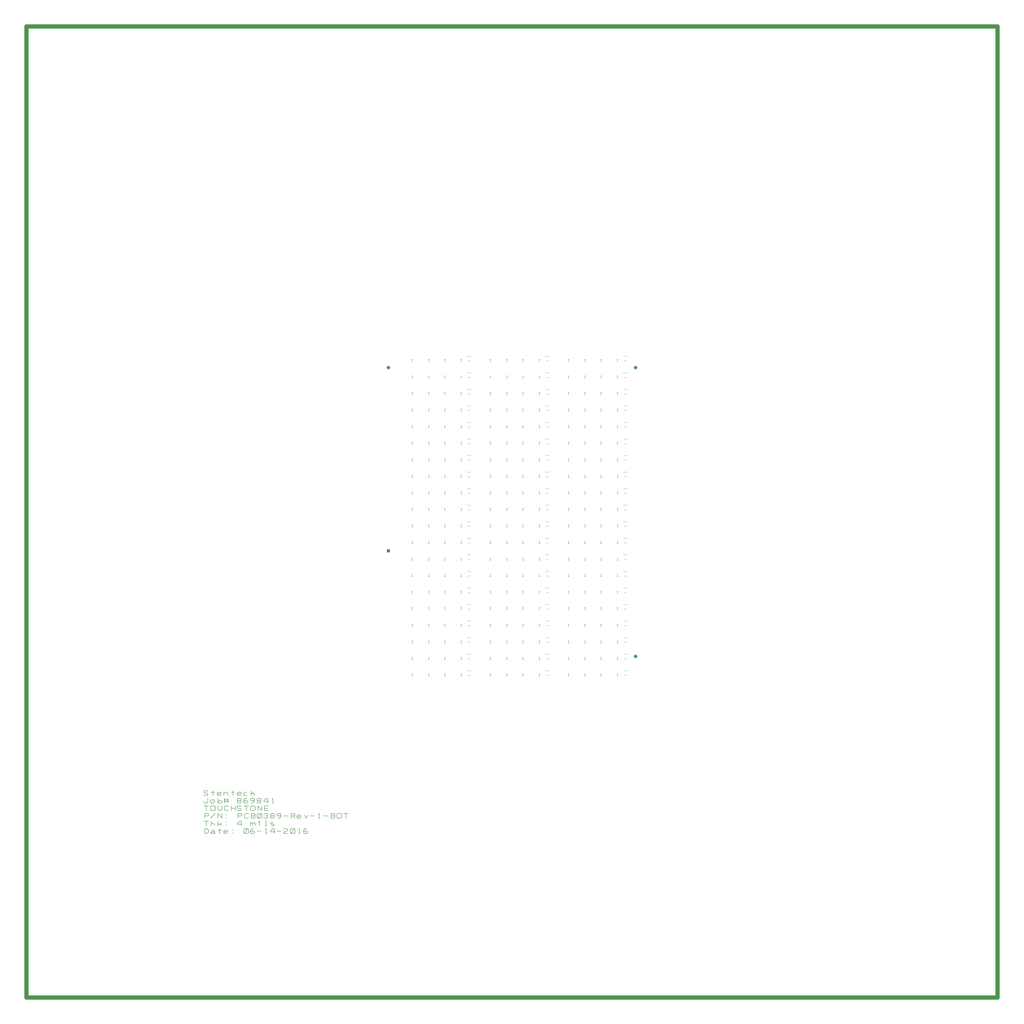
<source format=gbr>
*
%LPD*%
%LNGBR.GBR Bottom*%
%FSLAX26Y26*%
%MOIN*%
%AD*%
%AD*%
%ADD15R,0.0085X0.02*%
%ADD16R,0.026X0.018*%
%ADD17R,0.075X0.075*%
%ADD18C,0.08*%
%ADD20C,0.1*%
%ADD36C,0.01*%
G54D20*
%SRX1Y1I0.0J0.0*%
G1X-11500000Y-11500000D2*
G1X-11500000Y11500000D1*
G1X11500000Y11500000D1*
G1X11500000Y-11500000D1*
G1X-11500000Y-11500000D1*
G54D18*
G1X2926800Y3420000D3*
G1X2926800Y-3420000D3*
G1X-2926800Y3420000D3*
G54D17*
G1X-2926800Y-920000D3*
G54D16*
G1X1340800Y3568000D3*
G1X1340800Y3608000D3*
G1X1730800Y3568000D3*
G1X1730800Y3608000D3*
G1X2110800Y3568000D3*
G1X2110800Y3608000D3*
G1X2500800Y3568000D3*
G1X2500800Y3608000D3*
G1X-510400Y3568000D3*
G1X-510400Y3608000D3*
G1X-120400Y3568000D3*
G1X-120400Y3608000D3*
G1X259600Y3568000D3*
G1X259600Y3608000D3*
G1X649600Y3568000D3*
G1X649600Y3608000D3*
G1X-2361600Y3568000D3*
G1X-2361600Y3608000D3*
G1X-1971600Y3568000D3*
G1X-1971600Y3608000D3*
G1X-1591600Y3568000D3*
G1X-1591600Y3608000D3*
G1X-1201600Y3568000D3*
G1X-1201600Y3608000D3*
G1X-2361600Y3176000D3*
G1X-2361600Y3216000D3*
G1X-1971600Y3176000D3*
G1X-1971600Y3216000D3*
G1X-1591600Y3176000D3*
G1X-1591600Y3216000D3*
G1X-1201600Y3176000D3*
G1X-1201600Y3216000D3*
G1X-510400Y3176000D3*
G1X-510400Y3216000D3*
G1X-120400Y3176000D3*
G1X-120400Y3216000D3*
G1X259600Y3176000D3*
G1X259600Y3216000D3*
G1X649600Y3176000D3*
G1X649600Y3216000D3*
G1X1340800Y3176000D3*
G1X1340800Y3216000D3*
G1X1730800Y3176000D3*
G1X1730800Y3216000D3*
G1X2110800Y3176000D3*
G1X2110800Y3216000D3*
G1X2500800Y3176000D3*
G1X2500800Y3216000D3*
G1X1340800Y2784000D3*
G1X1340800Y2824000D3*
G1X1730800Y2784000D3*
G1X1730800Y2824000D3*
G1X2110800Y2784000D3*
G1X2110800Y2824000D3*
G1X2500800Y2784000D3*
G1X2500800Y2824000D3*
G1X-510400Y2784000D3*
G1X-510400Y2824000D3*
G1X-120400Y2784000D3*
G1X-120400Y2824000D3*
G1X259600Y2784000D3*
G1X259600Y2824000D3*
G1X649600Y2784000D3*
G1X649600Y2824000D3*
G1X-2361600Y2784000D3*
G1X-2361600Y2824000D3*
G1X-1971600Y2784000D3*
G1X-1971600Y2824000D3*
G1X-1591600Y2784000D3*
G1X-1591600Y2824000D3*
G1X-1201600Y2784000D3*
G1X-1201600Y2824000D3*
G1X-2361600Y2392000D3*
G1X-2361600Y2432000D3*
G1X-1971600Y2392000D3*
G1X-1971600Y2432000D3*
G1X-1591600Y2392000D3*
G1X-1591600Y2432000D3*
G1X-1201600Y2392000D3*
G1X-1201600Y2432000D3*
G1X-510400Y2392000D3*
G1X-510400Y2432000D3*
G1X-120400Y2392000D3*
G1X-120400Y2432000D3*
G1X259600Y2392000D3*
G1X259600Y2432000D3*
G1X649600Y2392000D3*
G1X649600Y2432000D3*
G1X1340800Y2392000D3*
G1X1340800Y2432000D3*
G1X1730800Y2392000D3*
G1X1730800Y2432000D3*
G1X2110800Y2392000D3*
G1X2110800Y2432000D3*
G1X2500800Y2392000D3*
G1X2500800Y2432000D3*
G1X1340800Y2000000D3*
G1X1340800Y2040000D3*
G1X1730800Y2000000D3*
G1X1730800Y2040000D3*
G1X2110800Y2000000D3*
G1X2110800Y2040000D3*
G1X2500800Y2000000D3*
G1X2500800Y2040000D3*
G1X-510400Y2000000D3*
G1X-510400Y2040000D3*
G1X-120400Y2000000D3*
G1X-120400Y2040000D3*
G1X259600Y2000000D3*
G1X259600Y2040000D3*
G1X649600Y2000000D3*
G1X649600Y2040000D3*
G1X-2361600Y2000000D3*
G1X-2361600Y2040000D3*
G1X-1971600Y2000000D3*
G1X-1971600Y2040000D3*
G1X-1591600Y2000000D3*
G1X-1591600Y2040000D3*
G1X-1201600Y2000000D3*
G1X-1201600Y2040000D3*
G1X-2361600Y1608000D3*
G1X-2361600Y1648000D3*
G1X-1971600Y1608000D3*
G1X-1971600Y1648000D3*
G1X-1591600Y1608000D3*
G1X-1591600Y1648000D3*
G1X-1201600Y1608000D3*
G1X-1201600Y1648000D3*
G1X-510400Y1608000D3*
G1X-510400Y1648000D3*
G1X-120400Y1608000D3*
G1X-120400Y1648000D3*
G1X259600Y1608000D3*
G1X259600Y1648000D3*
G1X649600Y1608000D3*
G1X649600Y1648000D3*
G1X1340800Y1608000D3*
G1X1340800Y1648000D3*
G1X1730800Y1608000D3*
G1X1730800Y1648000D3*
G1X2110800Y1608000D3*
G1X2110800Y1648000D3*
G1X2500800Y1608000D3*
G1X2500800Y1648000D3*
G1X1340800Y1216000D3*
G1X1340800Y1256000D3*
G1X1730800Y1216000D3*
G1X1730800Y1256000D3*
G1X2110800Y1216000D3*
G1X2110800Y1256000D3*
G1X2500800Y1216000D3*
G1X2500800Y1256000D3*
G1X-510400Y1216000D3*
G1X-510400Y1256000D3*
G1X-120400Y1216000D3*
G1X-120400Y1256000D3*
G1X259600Y1216000D3*
G1X259600Y1256000D3*
G1X649600Y1216000D3*
G1X649600Y1256000D3*
G1X-2361600Y1216000D3*
G1X-2361600Y1256000D3*
G1X-1971600Y1216000D3*
G1X-1971600Y1256000D3*
G1X-1591600Y1216000D3*
G1X-1591600Y1256000D3*
G1X-1201600Y1216000D3*
G1X-1201600Y1256000D3*
G1X-2361600Y824000D3*
G1X-2361600Y864000D3*
G1X-1971600Y824000D3*
G1X-1971600Y864000D3*
G1X-1591600Y824000D3*
G1X-1591600Y864000D3*
G1X-1201600Y824000D3*
G1X-1201600Y864000D3*
G1X-510400Y824000D3*
G1X-510400Y864000D3*
G1X-120400Y824000D3*
G1X-120400Y864000D3*
G1X259600Y824000D3*
G1X259600Y864000D3*
G1X649600Y824000D3*
G1X649600Y864000D3*
G1X1340800Y824000D3*
G1X1340800Y864000D3*
G1X1730800Y824000D3*
G1X1730800Y864000D3*
G1X2110800Y824000D3*
G1X2110800Y864000D3*
G1X2500800Y824000D3*
G1X2500800Y864000D3*
G1X1340800Y432000D3*
G1X1340800Y472000D3*
G1X1730800Y432000D3*
G1X1730800Y472000D3*
G1X2110800Y432000D3*
G1X2110800Y472000D3*
G1X2500800Y432000D3*
G1X2500800Y472000D3*
G1X-510400Y432000D3*
G1X-510400Y472000D3*
G1X-120400Y432000D3*
G1X-120400Y472000D3*
G1X259600Y432000D3*
G1X259600Y472000D3*
G1X649600Y432000D3*
G1X649600Y472000D3*
G1X-2361600Y432000D3*
G1X-2361600Y472000D3*
G1X-1971600Y432000D3*
G1X-1971600Y472000D3*
G1X-1591600Y432000D3*
G1X-1591600Y472000D3*
G1X-1201600Y432000D3*
G1X-1201600Y472000D3*
G1X-2361600Y40000D3*
G1X-2361600Y80000D3*
G1X-1971600Y40000D3*
G1X-1971600Y80000D3*
G1X-1591600Y40000D3*
G1X-1591600Y80000D3*
G1X-1201600Y40000D3*
G1X-1201600Y80000D3*
G1X-510400Y40000D3*
G1X-510400Y80000D3*
G1X-120400Y40000D3*
G1X-120400Y80000D3*
G1X259600Y40000D3*
G1X259600Y80000D3*
G1X649600Y40000D3*
G1X649600Y80000D3*
G1X1340800Y40000D3*
G1X1340800Y80000D3*
G1X1730800Y40000D3*
G1X1730800Y80000D3*
G1X2110800Y40000D3*
G1X2110800Y80000D3*
G1X2500800Y40000D3*
G1X2500800Y80000D3*
G1X1340800Y-352000D3*
G1X1340800Y-312000D3*
G1X1730800Y-352000D3*
G1X1730800Y-312000D3*
G1X2110800Y-352000D3*
G1X2110800Y-312000D3*
G1X2500800Y-352000D3*
G1X2500800Y-312000D3*
G1X-510400Y-352000D3*
G1X-510400Y-312000D3*
G1X-120400Y-352000D3*
G1X-120400Y-312000D3*
G1X259600Y-352000D3*
G1X259600Y-312000D3*
G1X649600Y-352000D3*
G1X649600Y-312000D3*
G1X-2361600Y-352000D3*
G1X-2361600Y-312000D3*
G1X-1971600Y-352000D3*
G1X-1971600Y-312000D3*
G1X-1591600Y-352000D3*
G1X-1591600Y-312000D3*
G1X-1201600Y-352000D3*
G1X-1201600Y-312000D3*
G1X-2361600Y-744000D3*
G1X-2361600Y-704000D3*
G1X-1971600Y-744000D3*
G1X-1971600Y-704000D3*
G1X-1591600Y-744000D3*
G1X-1591600Y-704000D3*
G1X-1201600Y-744000D3*
G1X-1201600Y-704000D3*
G1X-510400Y-744000D3*
G1X-510400Y-704000D3*
G1X-120400Y-744000D3*
G1X-120400Y-704000D3*
G1X259600Y-744000D3*
G1X259600Y-704000D3*
G1X649600Y-744000D3*
G1X649600Y-704000D3*
G1X1340800Y-744000D3*
G1X1340800Y-704000D3*
G1X1730800Y-744000D3*
G1X1730800Y-704000D3*
G1X2110800Y-744000D3*
G1X2110800Y-704000D3*
G1X2500800Y-744000D3*
G1X2500800Y-704000D3*
G1X1340800Y-1136000D3*
G1X1340800Y-1096000D3*
G1X1730800Y-1136000D3*
G1X1730800Y-1096000D3*
G1X2110800Y-1136000D3*
G1X2110800Y-1096000D3*
G1X2500800Y-1136000D3*
G1X2500800Y-1096000D3*
G1X-510400Y-1136000D3*
G1X-510400Y-1096000D3*
G1X-120400Y-1136000D3*
G1X-120400Y-1096000D3*
G1X259600Y-1136000D3*
G1X259600Y-1096000D3*
G1X649600Y-1136000D3*
G1X649600Y-1096000D3*
G1X-2361600Y-1136000D3*
G1X-2361600Y-1096000D3*
G1X-1971600Y-1136000D3*
G1X-1971600Y-1096000D3*
G1X-1591600Y-1136000D3*
G1X-1591600Y-1096000D3*
G1X-1201600Y-1136000D3*
G1X-1201600Y-1096000D3*
G1X-2361600Y-1528000D3*
G1X-2361600Y-1488000D3*
G1X-1971600Y-1528000D3*
G1X-1971600Y-1488000D3*
G1X-1591600Y-1528000D3*
G1X-1591600Y-1488000D3*
G1X-1201600Y-1528000D3*
G1X-1201600Y-1488000D3*
G1X-510400Y-1528000D3*
G1X-510400Y-1488000D3*
G1X-120400Y-1528000D3*
G1X-120400Y-1488000D3*
G1X259600Y-1528000D3*
G1X259600Y-1488000D3*
G1X649600Y-1528000D3*
G1X649600Y-1488000D3*
G1X1340800Y-1528000D3*
G1X1340800Y-1488000D3*
G1X1730800Y-1528000D3*
G1X1730800Y-1488000D3*
G1X2110800Y-1528000D3*
G1X2110800Y-1488000D3*
G1X2500800Y-1528000D3*
G1X2500800Y-1488000D3*
G1X1340800Y-1920000D3*
G1X1340800Y-1880000D3*
G1X1730800Y-1920000D3*
G1X1730800Y-1880000D3*
G1X2110800Y-1920000D3*
G1X2110800Y-1880000D3*
G1X2500800Y-1920000D3*
G1X2500800Y-1880000D3*
G1X-510400Y-1920000D3*
G1X-510400Y-1880000D3*
G1X-120400Y-1920000D3*
G1X-120400Y-1880000D3*
G1X259600Y-1920000D3*
G1X259600Y-1880000D3*
G1X649600Y-1920000D3*
G1X649600Y-1880000D3*
G1X-2361600Y-1920000D3*
G1X-2361600Y-1880000D3*
G1X-1971600Y-1920000D3*
G1X-1971600Y-1880000D3*
G1X-1591600Y-1920000D3*
G1X-1591600Y-1880000D3*
G1X-1201600Y-1920000D3*
G1X-1201600Y-1880000D3*
G1X-2361600Y-2312000D3*
G1X-2361600Y-2272000D3*
G1X-1971600Y-2312000D3*
G1X-1971600Y-2272000D3*
G1X-1591600Y-2312000D3*
G1X-1591600Y-2272000D3*
G1X-1201600Y-2312000D3*
G1X-1201600Y-2272000D3*
G1X-510400Y-2312000D3*
G1X-510400Y-2272000D3*
G1X-120400Y-2312000D3*
G1X-120400Y-2272000D3*
G1X259600Y-2312000D3*
G1X259600Y-2272000D3*
G1X649600Y-2312000D3*
G1X649600Y-2272000D3*
G1X1340800Y-2312000D3*
G1X1340800Y-2272000D3*
G1X1730800Y-2312000D3*
G1X1730800Y-2272000D3*
G1X2110800Y-2312000D3*
G1X2110800Y-2272000D3*
G1X2500800Y-2312000D3*
G1X2500800Y-2272000D3*
G1X1340800Y-2704000D3*
G1X1340800Y-2664000D3*
G1X1730800Y-2704000D3*
G1X1730800Y-2664000D3*
G1X2110800Y-2704000D3*
G1X2110800Y-2664000D3*
G1X2500800Y-2704000D3*
G1X2500800Y-2664000D3*
G1X-510400Y-2704000D3*
G1X-510400Y-2664000D3*
G1X-120400Y-2704000D3*
G1X-120400Y-2664000D3*
G1X259600Y-2704000D3*
G1X259600Y-2664000D3*
G1X649600Y-2704000D3*
G1X649600Y-2664000D3*
G1X-2361600Y-2704000D3*
G1X-2361600Y-2664000D3*
G1X-1971600Y-2704000D3*
G1X-1971600Y-2664000D3*
G1X-1591600Y-2704000D3*
G1X-1591600Y-2664000D3*
G1X-1201600Y-2704000D3*
G1X-1201600Y-2664000D3*
G1X-2361600Y-3096000D3*
G1X-2361600Y-3056000D3*
G1X-1971600Y-3096000D3*
G1X-1971600Y-3056000D3*
G1X-1591600Y-3096000D3*
G1X-1591600Y-3056000D3*
G1X-1201600Y-3096000D3*
G1X-1201600Y-3056000D3*
G1X-510400Y-3096000D3*
G1X-510400Y-3056000D3*
G1X-120400Y-3096000D3*
G1X-120400Y-3056000D3*
G1X259600Y-3096000D3*
G1X259600Y-3056000D3*
G1X649600Y-3096000D3*
G1X649600Y-3056000D3*
G1X1340800Y-3096000D3*
G1X1340800Y-3056000D3*
G1X1730800Y-3096000D3*
G1X1730800Y-3056000D3*
G1X2110800Y-3096000D3*
G1X2110800Y-3056000D3*
G1X2500800Y-3096000D3*
G1X2500800Y-3056000D3*
G1X1340800Y-3488000D3*
G1X1340800Y-3448000D3*
G1X1730800Y-3488000D3*
G1X1730800Y-3448000D3*
G1X2110800Y-3488000D3*
G1X2110800Y-3448000D3*
G1X2500800Y-3488000D3*
G1X2500800Y-3448000D3*
G1X-510400Y-3488000D3*
G1X-510400Y-3448000D3*
G1X-120400Y-3488000D3*
G1X-120400Y-3448000D3*
G1X259600Y-3488000D3*
G1X259600Y-3448000D3*
G1X649600Y-3488000D3*
G1X649600Y-3448000D3*
G1X-2361600Y-3488000D3*
G1X-2361600Y-3448000D3*
G1X-1971600Y-3488000D3*
G1X-1971600Y-3448000D3*
G1X-1591600Y-3488000D3*
G1X-1591600Y-3448000D3*
G1X-1201600Y-3488000D3*
G1X-1201600Y-3448000D3*
G1X-2361600Y-3880000D3*
G1X-2361600Y-3840000D3*
G1X-1971600Y-3880000D3*
G1X-1971600Y-3840000D3*
G1X-1591600Y-3880000D3*
G1X-1591600Y-3840000D3*
G1X-1201600Y-3880000D3*
G1X-1201600Y-3840000D3*
G1X-510400Y-3880000D3*
G1X-510400Y-3840000D3*
G1X-120400Y-3880000D3*
G1X-120400Y-3840000D3*
G1X259600Y-3880000D3*
G1X259600Y-3840000D3*
G1X649600Y-3880000D3*
G1X649600Y-3840000D3*
G1X1340800Y-3880000D3*
G1X1340800Y-3840000D3*
G1X1730800Y-3880000D3*
G1X1730800Y-3840000D3*
G1X2110800Y-3880000D3*
G1X2110800Y-3840000D3*
G1X2500800Y-3880000D3*
G1X2500800Y-3840000D3*
G54D15*
G1X-1052000Y-2193700D3*
G1X-1040200Y-2302300D3*
G1X-981200Y-2193700D3*
G1X-1004800Y-2193700D3*
G1X-1028400Y-2193700D3*
G1X-1016600Y-2302300D3*
G1X-993000Y-2302300D3*
G1X2650400Y3686300D3*
G1X2662200Y3577700D3*
G1X2721200Y3686300D3*
G1X2697600Y3686300D3*
G1X2674000Y3686300D3*
G1X2685800Y3577700D3*
G1X2709400Y3577700D3*
G1X799200Y3686300D3*
G1X811000Y3577700D3*
G1X870000Y3686300D3*
G1X846400Y3686300D3*
G1X822800Y3686300D3*
G1X834600Y3577700D3*
G1X858200Y3577700D3*
G1X-1052000Y3686300D3*
G1X-1040200Y3577700D3*
G1X-981200Y3686300D3*
G1X-1004800Y3686300D3*
G1X-1028400Y3686300D3*
G1X-1016600Y3577700D3*
G1X-993000Y3577700D3*
G1X-1052000Y3294300D3*
G1X-1040200Y3185700D3*
G1X-981200Y3294300D3*
G1X-1004800Y3294300D3*
G1X-1028400Y3294300D3*
G1X-1016600Y3185700D3*
G1X-993000Y3185700D3*
G1X799200Y3294300D3*
G1X811000Y3185700D3*
G1X870000Y3294300D3*
G1X846400Y3294300D3*
G1X822800Y3294300D3*
G1X834600Y3185700D3*
G1X858200Y3185700D3*
G1X2650400Y3294300D3*
G1X2662200Y3185700D3*
G1X2721200Y3294300D3*
G1X2697600Y3294300D3*
G1X2674000Y3294300D3*
G1X2685800Y3185700D3*
G1X2709400Y3185700D3*
G1X2650400Y2902300D3*
G1X2662200Y2793700D3*
G1X2721200Y2902300D3*
G1X2697600Y2902300D3*
G1X2674000Y2902300D3*
G1X2685800Y2793700D3*
G1X2709400Y2793700D3*
G1X799200Y2902300D3*
G1X811000Y2793700D3*
G1X870000Y2902300D3*
G1X846400Y2902300D3*
G1X822800Y2902300D3*
G1X834600Y2793700D3*
G1X858200Y2793700D3*
G1X-1052000Y2902300D3*
G1X-1040200Y2793700D3*
G1X-981200Y2902300D3*
G1X-1004800Y2902300D3*
G1X-1028400Y2902300D3*
G1X-1016600Y2793700D3*
G1X-993000Y2793700D3*
G1X-1052000Y2510300D3*
G1X-1040200Y2401700D3*
G1X-981200Y2510300D3*
G1X-1004800Y2510300D3*
G1X-1028400Y2510300D3*
G1X-1016600Y2401700D3*
G1X-993000Y2401700D3*
G1X799200Y2510300D3*
G1X811000Y2401700D3*
G1X870000Y2510300D3*
G1X846400Y2510300D3*
G1X822800Y2510300D3*
G1X834600Y2401700D3*
G1X858200Y2401700D3*
G1X2650400Y2510300D3*
G1X2662200Y2401700D3*
G1X2721200Y2510300D3*
G1X2697600Y2510300D3*
G1X2674000Y2510300D3*
G1X2685800Y2401700D3*
G1X2709400Y2401700D3*
G1X2650400Y2118300D3*
G1X2662200Y2009700D3*
G1X2721200Y2118300D3*
G1X2697600Y2118300D3*
G1X2674000Y2118300D3*
G1X2685800Y2009700D3*
G1X2709400Y2009700D3*
G1X799200Y2118300D3*
G1X811000Y2009700D3*
G1X870000Y2118300D3*
G1X846400Y2118300D3*
G1X822800Y2118300D3*
G1X834600Y2009700D3*
G1X858200Y2009700D3*
G1X-1052000Y2118300D3*
G1X-1040200Y2009700D3*
G1X-981200Y2118300D3*
G1X-1004800Y2118300D3*
G1X-1028400Y2118300D3*
G1X-1016600Y2009700D3*
G1X-993000Y2009700D3*
G1X-1052000Y1726300D3*
G1X-1040200Y1617700D3*
G1X-981200Y1726300D3*
G1X-1004800Y1726300D3*
G1X-1028400Y1726300D3*
G1X-1016600Y1617700D3*
G1X-993000Y1617700D3*
G1X799200Y1726300D3*
G1X811000Y1617700D3*
G1X870000Y1726300D3*
G1X846400Y1726300D3*
G1X822800Y1726300D3*
G1X834600Y1617700D3*
G1X858200Y1617700D3*
G1X2650400Y1726300D3*
G1X2662200Y1617700D3*
G1X2721200Y1726300D3*
G1X2697600Y1726300D3*
G1X2674000Y1726300D3*
G1X2685800Y1617700D3*
G1X2709400Y1617700D3*
G1X2650400Y1334300D3*
G1X2662200Y1225700D3*
G1X2721200Y1334300D3*
G1X2697600Y1334300D3*
G1X2674000Y1334300D3*
G1X2685800Y1225700D3*
G1X2709400Y1225700D3*
G1X799200Y1334300D3*
G1X811000Y1225700D3*
G1X870000Y1334300D3*
G1X846400Y1334300D3*
G1X822800Y1334300D3*
G1X834600Y1225700D3*
G1X858200Y1225700D3*
G1X-1052000Y1334300D3*
G1X-1040200Y1225700D3*
G1X-981200Y1334300D3*
G1X-1004800Y1334300D3*
G1X-1028400Y1334300D3*
G1X-1016600Y1225700D3*
G1X-993000Y1225700D3*
G1X-1052000Y942300D3*
G1X-1040200Y833700D3*
G1X-981200Y942300D3*
G1X-1004800Y942300D3*
G1X-1028400Y942300D3*
G1X-1016600Y833700D3*
G1X-993000Y833700D3*
G1X799200Y942300D3*
G1X811000Y833700D3*
G1X870000Y942300D3*
G1X846400Y942300D3*
G1X822800Y942300D3*
G1X834600Y833700D3*
G1X858200Y833700D3*
G1X2650400Y942300D3*
G1X2662200Y833700D3*
G1X2721200Y942300D3*
G1X2697600Y942300D3*
G1X2674000Y942300D3*
G1X2685800Y833700D3*
G1X2709400Y833700D3*
G1X2650400Y550300D3*
G1X2662200Y441700D3*
G1X2721200Y550300D3*
G1X2697600Y550300D3*
G1X2674000Y550300D3*
G1X2685800Y441700D3*
G1X2709400Y441700D3*
G1X799200Y550300D3*
G1X811000Y441700D3*
G1X870000Y550300D3*
G1X846400Y550300D3*
G1X822800Y550300D3*
G1X834600Y441700D3*
G1X858200Y441700D3*
G1X-1052000Y550300D3*
G1X-1040200Y441700D3*
G1X-981200Y550300D3*
G1X-1004800Y550300D3*
G1X-1028400Y550300D3*
G1X-1016600Y441700D3*
G1X-993000Y441700D3*
G1X-1052000Y158300D3*
G1X-1040200Y49700D3*
G1X-981200Y158300D3*
G1X-1004800Y158300D3*
G1X-1028400Y158300D3*
G1X-1016600Y49700D3*
G1X-993000Y49700D3*
G1X799200Y158300D3*
G1X811000Y49700D3*
G1X870000Y158300D3*
G1X846400Y158300D3*
G1X822800Y158300D3*
G1X834600Y49700D3*
G1X858200Y49700D3*
G1X2650400Y158300D3*
G1X2662200Y49700D3*
G1X2721200Y158300D3*
G1X2697600Y158300D3*
G1X2674000Y158300D3*
G1X2685800Y49700D3*
G1X2709400Y49700D3*
G1X2650400Y-233700D3*
G1X2662200Y-342300D3*
G1X2721200Y-233700D3*
G1X2697600Y-233700D3*
G1X2674000Y-233700D3*
G1X2685800Y-342300D3*
G1X2709400Y-342300D3*
G1X799200Y-233700D3*
G1X811000Y-342300D3*
G1X870000Y-233700D3*
G1X846400Y-233700D3*
G1X822800Y-233700D3*
G1X834600Y-342300D3*
G1X858200Y-342300D3*
G1X-1052000Y-233700D3*
G1X-1040200Y-342300D3*
G1X-981200Y-233700D3*
G1X-1004800Y-233700D3*
G1X-1028400Y-233700D3*
G1X-1016600Y-342300D3*
G1X-993000Y-342300D3*
G1X-1052000Y-625700D3*
G1X-1040200Y-734300D3*
G1X-981200Y-625700D3*
G1X-1004800Y-625700D3*
G1X-1028400Y-625700D3*
G1X-1016600Y-734300D3*
G1X-993000Y-734300D3*
G1X799200Y-625700D3*
G1X811000Y-734300D3*
G1X870000Y-625700D3*
G1X846400Y-625700D3*
G1X822800Y-625700D3*
G1X834600Y-734300D3*
G1X858200Y-734300D3*
G1X2650400Y-625700D3*
G1X2662200Y-734300D3*
G1X2721200Y-625700D3*
G1X2697600Y-625700D3*
G1X2674000Y-625700D3*
G1X2685800Y-734300D3*
G1X2709400Y-734300D3*
G1X2650400Y-1017700D3*
G1X2662200Y-1126300D3*
G1X2721200Y-1017700D3*
G1X2697600Y-1017700D3*
G1X2674000Y-1017700D3*
G1X2685800Y-1126300D3*
G1X2709400Y-1126300D3*
G1X799200Y-1017700D3*
G1X811000Y-1126300D3*
G1X870000Y-1017700D3*
G1X846400Y-1017700D3*
G1X822800Y-1017700D3*
G1X834600Y-1126300D3*
G1X858200Y-1126300D3*
G1X-1052000Y-1017700D3*
G1X-1040200Y-1126300D3*
G1X-981200Y-1017700D3*
G1X-1004800Y-1017700D3*
G1X-1028400Y-1017700D3*
G1X-1016600Y-1126300D3*
G1X-993000Y-1126300D3*
G1X-1052000Y-1409700D3*
G1X-1040200Y-1518300D3*
G1X-981200Y-1409700D3*
G1X-1004800Y-1409700D3*
G1X-1028400Y-1409700D3*
G1X-1016600Y-1518300D3*
G1X-993000Y-1518300D3*
G1X799200Y-1409700D3*
G1X811000Y-1518300D3*
G1X870000Y-1409700D3*
G1X846400Y-1409700D3*
G1X822800Y-1409700D3*
G1X834600Y-1518300D3*
G1X858200Y-1518300D3*
G1X2650400Y-1409700D3*
G1X2662200Y-1518300D3*
G1X2721200Y-1409700D3*
G1X2697600Y-1409700D3*
G1X2674000Y-1409700D3*
G1X2685800Y-1518300D3*
G1X2709400Y-1518300D3*
G1X2650400Y-1801700D3*
G1X2662200Y-1910300D3*
G1X2721200Y-1801700D3*
G1X2697600Y-1801700D3*
G1X2674000Y-1801700D3*
G1X2685800Y-1910300D3*
G1X2709400Y-1910300D3*
G1X799200Y-1801700D3*
G1X811000Y-1910300D3*
G1X870000Y-1801700D3*
G1X846400Y-1801700D3*
G1X822800Y-1801700D3*
G1X834600Y-1910300D3*
G1X858200Y-1910300D3*
G1X-1052000Y-1801700D3*
G1X-1040200Y-1910300D3*
G1X-981200Y-1801700D3*
G1X-1004800Y-1801700D3*
G1X-1028400Y-1801700D3*
G1X-1016600Y-1910300D3*
G1X-993000Y-1910300D3*
G1X799200Y-2193700D3*
G1X811000Y-2302300D3*
G1X870000Y-2193700D3*
G1X846400Y-2193700D3*
G1X822800Y-2193700D3*
G1X834600Y-2302300D3*
G1X858200Y-2302300D3*
G1X2650400Y-2193700D3*
G1X2662200Y-2302300D3*
G1X2721200Y-2193700D3*
G1X2697600Y-2193700D3*
G1X2674000Y-2193700D3*
G1X2685800Y-2302300D3*
G1X2709400Y-2302300D3*
G1X2650400Y-2585700D3*
G1X2662200Y-2694300D3*
G1X2721200Y-2585700D3*
G1X2697600Y-2585700D3*
G1X2674000Y-2585700D3*
G1X2685800Y-2694300D3*
G1X2709400Y-2694300D3*
G1X799200Y-2585700D3*
G1X811000Y-2694300D3*
G1X870000Y-2585700D3*
G1X846400Y-2585700D3*
G1X822800Y-2585700D3*
G1X834600Y-2694300D3*
G1X858200Y-2694300D3*
G1X-1052000Y-2585700D3*
G1X-1040200Y-2694300D3*
G1X-981200Y-2585700D3*
G1X-1004800Y-2585700D3*
G1X-1028400Y-2585700D3*
G1X-1016600Y-2694300D3*
G1X-993000Y-2694300D3*
G1X-1052000Y-2977700D3*
G1X-1040200Y-3086300D3*
G1X-981200Y-2977700D3*
G1X-1004800Y-2977700D3*
G1X-1028400Y-2977700D3*
G1X-1016600Y-3086300D3*
G1X-993000Y-3086300D3*
G1X799200Y-2977700D3*
G1X811000Y-3086300D3*
G1X870000Y-2977700D3*
G1X846400Y-2977700D3*
G1X822800Y-2977700D3*
G1X834600Y-3086300D3*
G1X858200Y-3086300D3*
G1X2650400Y-2977700D3*
G1X2662200Y-3086300D3*
G1X2721200Y-2977700D3*
G1X2697600Y-2977700D3*
G1X2674000Y-2977700D3*
G1X2685800Y-3086300D3*
G1X2709400Y-3086300D3*
G1X2650400Y-3369700D3*
G1X2662200Y-3478300D3*
G1X2721200Y-3369700D3*
G1X2697600Y-3369700D3*
G1X2674000Y-3369700D3*
G1X2685800Y-3478300D3*
G1X2709400Y-3478300D3*
G1X799200Y-3369700D3*
G1X811000Y-3478300D3*
G1X870000Y-3369700D3*
G1X846400Y-3369700D3*
G1X822800Y-3369700D3*
G1X834600Y-3478300D3*
G1X858200Y-3478300D3*
G1X-1052000Y-3369700D3*
G1X-1040200Y-3478300D3*
G1X-981200Y-3369700D3*
G1X-1004800Y-3369700D3*
G1X-1028400Y-3369700D3*
G1X-1016600Y-3478300D3*
G1X-993000Y-3478300D3*
G1X-1052000Y-3761700D3*
G1X-1040200Y-3870300D3*
G1X-981200Y-3761700D3*
G1X-1004800Y-3761700D3*
G1X-1028400Y-3761700D3*
G1X-1016600Y-3870300D3*
G1X-993000Y-3870300D3*
G1X799200Y-3761700D3*
G1X811000Y-3870300D3*
G1X870000Y-3761700D3*
G1X846400Y-3761700D3*
G1X822800Y-3761700D3*
G1X834600Y-3870300D3*
G1X858200Y-3870300D3*
G1X2650400Y-3761700D3*
G1X2662200Y-3870300D3*
G1X2721200Y-3761700D3*
G1X2697600Y-3761700D3*
G1X2674000Y-3761700D3*
G1X2685800Y-3870300D3*
G1X2709400Y-3870300D3*
G1X-7206250Y-6618750D2*
G54D36*
G1X-7225000Y-6600000D1*
G1X-7281250Y-6600000D1*
G1X-7300000Y-6618750D1*
G1X-7300000Y-6637500D1*
G1X-7206250Y-6675000D2*
G1X-7206250Y-6693750D1*
G1X-7225000Y-6712500D1*
G1X-7281250Y-6712500D1*
G1X-7300000Y-6693750D1*
G1X-7300000Y-6637500D2*
G1X-7281250Y-6656250D1*
G1X-7225000Y-6656250D1*
G1X-7206250Y-6675000D1*
G1X-7086250Y-6600000D2*
G1X-7086250Y-6693750D1*
G1X-7067500Y-6712500D1*
G1X-7048750Y-6637500D2*
G1X-7123750Y-6637500D1*
G1X-6891250Y-6675000D2*
G1X-6891250Y-6656250D1*
G1X-6910000Y-6637500D1*
G1X-6966250Y-6637500D1*
G1X-6985000Y-6656250D1*
G1X-6985000Y-6693750D1*
G1X-6966250Y-6712500D1*
G1X-6891250Y-6675000D2*
G1X-6985000Y-6675000D1*
G1X-6966250Y-6712500D2*
G1X-6891250Y-6712500D1*
G1X-6827500Y-6712500D2*
G1X-6827500Y-6637500D1*
G1X-6752500Y-6637500D2*
G1X-6733750Y-6656250D1*
G1X-6733750Y-6712500D1*
G1X-6752500Y-6637500D2*
G1X-6790000Y-6637500D1*
G1X-6827500Y-6656250D1*
G1X-6613750Y-6600000D2*
G1X-6613750Y-6693750D1*
G1X-6595000Y-6712500D1*
G1X-6576250Y-6637500D2*
G1X-6651250Y-6637500D1*
G1X-6418750Y-6675000D2*
G1X-6418750Y-6656250D1*
G1X-6437500Y-6637500D1*
G1X-6493750Y-6637500D1*
G1X-6512500Y-6656250D1*
G1X-6512500Y-6693750D1*
G1X-6493750Y-6712500D1*
G1X-6418750Y-6675000D2*
G1X-6512500Y-6675000D1*
G1X-6493750Y-6712500D2*
G1X-6418750Y-6712500D1*
G1X-6280000Y-6637500D2*
G1X-6336250Y-6637500D1*
G1X-6355000Y-6656250D1*
G1X-6355000Y-6693750D1*
G1X-6336250Y-6712500D1*
G1X-6280000Y-6712500D1*
G1X-6178750Y-6600000D2*
G1X-6178750Y-6712500D1*
G1X-6178750Y-6675000D2*
G1X-6160000Y-6656250D1*
G1X-6122500Y-6656250D1*
G1X-6103750Y-6675000D1*
G1X-6103750Y-6712500D1*
G1X-7206250Y-6780000D2*
G1X-7206250Y-6873750D1*
G1X-7225000Y-6892500D1*
G1X-7281250Y-6892500D1*
G1X-7300000Y-6873750D1*
G1X-7300000Y-6855000D1*
G1X-7123750Y-6817500D2*
G1X-7067500Y-6817500D1*
G1X-7048750Y-6836250D1*
G1X-7048750Y-6873750D1*
G1X-7067500Y-6892500D1*
G1X-7123750Y-6892500D1*
G1X-7142500Y-6873750D1*
G1X-7142500Y-6836250D1*
G1X-7123750Y-6817500D1*
G1X-6966250Y-6780000D2*
G1X-6966250Y-6892500D1*
G1X-6891250Y-6836250D2*
G1X-6872500Y-6855000D1*
G1X-6872500Y-6873750D1*
G1X-6891250Y-6892500D1*
G1X-6947500Y-6892500D1*
G1X-6966250Y-6873750D1*
G1X-6891250Y-6836250D2*
G1X-6947500Y-6836250D1*
G1X-6966250Y-6855000D1*
G1X-6808750Y-6892500D2*
G1X-6808750Y-6780000D1*
G1X-6733750Y-6780000D2*
G1X-6733750Y-6892500D1*
G1X-6827500Y-6817500D2*
G1X-6715000Y-6817500D1*
G1X-6827500Y-6855000D2*
G1X-6715000Y-6855000D1*
G1X-6493750Y-6780000D2*
G1X-6437500Y-6780000D1*
G1X-6418750Y-6798750D1*
G1X-6418750Y-6817500D1*
G1X-6437500Y-6836250D1*
G1X-6418750Y-6855000D1*
G1X-6418750Y-6873750D1*
G1X-6437500Y-6892500D1*
G1X-6493750Y-6892500D1*
G1X-6512500Y-6873750D1*
G1X-6512500Y-6855000D1*
G1X-6493750Y-6836250D1*
G1X-6512500Y-6817500D1*
G1X-6512500Y-6798750D1*
G1X-6493750Y-6780000D1*
G1X-6493750Y-6836250D2*
G1X-6437500Y-6836250D1*
G1X-6280000Y-6780000D2*
G1X-6317500Y-6780000D1*
G1X-6355000Y-6817500D1*
G1X-6355000Y-6873750D1*
G1X-6336250Y-6892500D1*
G1X-6280000Y-6892500D1*
G1X-6261250Y-6873750D1*
G1X-6261250Y-6855000D1*
G1X-6280000Y-6836250D1*
G1X-6336250Y-6836250D1*
G1X-6355000Y-6855000D1*
G1X-6122500Y-6836250D2*
G1X-6178750Y-6836250D1*
G1X-6197500Y-6817500D1*
G1X-6197500Y-6798750D1*
G1X-6178750Y-6780000D1*
G1X-6122500Y-6780000D1*
G1X-6103750Y-6798750D1*
G1X-6103750Y-6855000D1*
G1X-6141250Y-6892500D1*
G1X-6178750Y-6892500D1*
G1X-6122500Y-6836250D2*
G1X-6103750Y-6817500D1*
G1X-6021250Y-6780000D2*
G1X-5965000Y-6780000D1*
G1X-5946250Y-6798750D1*
G1X-5946250Y-6817500D1*
G1X-5965000Y-6836250D1*
G1X-5946250Y-6855000D1*
G1X-5946250Y-6873750D1*
G1X-5965000Y-6892500D1*
G1X-6021250Y-6892500D1*
G1X-6040000Y-6873750D1*
G1X-6040000Y-6855000D1*
G1X-6021250Y-6836250D1*
G1X-6040000Y-6817500D1*
G1X-6040000Y-6798750D1*
G1X-6021250Y-6780000D1*
G1X-6021250Y-6836250D2*
G1X-5965000Y-6836250D1*
G1X-5826250Y-6780000D2*
G1X-5788750Y-6780000D1*
G1X-5788750Y-6892500D1*
G1X-5826250Y-6780000D2*
G1X-5882500Y-6836250D1*
G1X-5882500Y-6855000D1*
G1X-5770000Y-6855000D1*
G1X-5668750Y-6780000D2*
G1X-5668750Y-6892500D1*
G1X-5687500Y-6892500D2*
G1X-5650000Y-6892500D1*
G1X-5668750Y-6780000D2*
G1X-5687500Y-6798750D1*
G1X-7243750Y-6960000D2*
G1X-7243750Y-7072500D1*
G1X-7300000Y-6960000D2*
G1X-7187500Y-6960000D1*
G1X-7123750Y-6960000D2*
G1X-7142500Y-6978750D1*
G1X-7142500Y-7053750D1*
G1X-7123750Y-7072500D1*
G1X-7048750Y-7072500D1*
G1X-7030000Y-7053750D1*
G1X-7030000Y-6978750D1*
G1X-7048750Y-6960000D1*
G1X-7123750Y-6960000D1*
G1X-6966250Y-6960000D2*
G1X-6966250Y-7053750D1*
G1X-6947500Y-7072500D1*
G1X-6891250Y-7072500D1*
G1X-6872500Y-7053750D1*
G1X-6872500Y-6960000D1*
G1X-6715000Y-6978750D2*
G1X-6733750Y-6960000D1*
G1X-6790000Y-6960000D1*
G1X-6790000Y-7072500D2*
G1X-6733750Y-7072500D1*
G1X-6715000Y-7053750D1*
G1X-6808750Y-6978750D2*
G1X-6808750Y-7053750D1*
G1X-6790000Y-6960000D2*
G1X-6808750Y-6978750D1*
G1X-6808750Y-7053750D2*
G1X-6790000Y-7072500D1*
G1X-6651250Y-6960000D2*
G1X-6651250Y-7072500D1*
G1X-6557500Y-6960000D2*
G1X-6557500Y-7072500D1*
G1X-6557500Y-7016250D2*
G1X-6651250Y-7016250D1*
G1X-6418750Y-6978750D2*
G1X-6437500Y-6960000D1*
G1X-6493750Y-6960000D1*
G1X-6512500Y-6978750D1*
G1X-6512500Y-6997500D1*
G1X-6418750Y-7035000D2*
G1X-6418750Y-7053750D1*
G1X-6437500Y-7072500D1*
G1X-6493750Y-7072500D1*
G1X-6512500Y-7053750D1*
G1X-6512500Y-6997500D2*
G1X-6493750Y-7016250D1*
G1X-6437500Y-7016250D1*
G1X-6418750Y-7035000D1*
G1X-6298750Y-6960000D2*
G1X-6298750Y-7072500D1*
G1X-6355000Y-6960000D2*
G1X-6242500Y-6960000D1*
G1X-6178750Y-6960000D2*
G1X-6197500Y-6978750D1*
G1X-6197500Y-7053750D1*
G1X-6178750Y-7072500D1*
G1X-6103750Y-7072500D1*
G1X-6085000Y-7053750D1*
G1X-6085000Y-6978750D1*
G1X-6103750Y-6960000D1*
G1X-6178750Y-6960000D1*
G1X-6021250Y-6960000D2*
G1X-6021250Y-7072500D1*
G1X-5927500Y-6960000D2*
G1X-5927500Y-7072500D1*
G1X-6021250Y-6960000D2*
G1X-5927500Y-7072500D1*
G1X-5863750Y-6960000D2*
G1X-5863750Y-7072500D1*
G1X-5863750Y-6960000D2*
G1X-5770000Y-6960000D1*
G1X-5863750Y-7072500D2*
G1X-5770000Y-7072500D1*
G1X-5863750Y-7016250D2*
G1X-5788750Y-7016250D1*
G1X-7206250Y-7140000D2*
G1X-7187500Y-7158750D1*
G1X-7187500Y-7177500D1*
G1X-7206250Y-7196250D1*
G1X-7281250Y-7140000D2*
G1X-7281250Y-7252500D1*
G1X-7206250Y-7140000D2*
G1X-7281250Y-7140000D1*
G1X-7206250Y-7196250D2*
G1X-7281250Y-7196250D1*
G1X-7030000Y-7140000D2*
G1X-7142500Y-7252500D1*
G1X-6966250Y-7140000D2*
G1X-6966250Y-7252500D1*
G1X-6872500Y-7140000D2*
G1X-6872500Y-7252500D1*
G1X-6966250Y-7140000D2*
G1X-6872500Y-7252500D1*
G1X-6771250Y-7158750D2*
G1X-6771250Y-7177500D1*
G1X-6771250Y-7233750D2*
G1X-6771250Y-7252500D1*
G1X-6418750Y-7140000D2*
G1X-6400000Y-7158750D1*
G1X-6400000Y-7177500D1*
G1X-6418750Y-7196250D1*
G1X-6493750Y-7140000D2*
G1X-6493750Y-7252500D1*
G1X-6418750Y-7140000D2*
G1X-6493750Y-7140000D1*
G1X-6418750Y-7196250D2*
G1X-6493750Y-7196250D1*
G1X-6242500Y-7158750D2*
G1X-6261250Y-7140000D1*
G1X-6317500Y-7140000D1*
G1X-6317500Y-7252500D2*
G1X-6261250Y-7252500D1*
G1X-6242500Y-7233750D1*
G1X-6336250Y-7158750D2*
G1X-6336250Y-7233750D1*
G1X-6317500Y-7140000D2*
G1X-6336250Y-7158750D1*
G1X-6336250Y-7233750D2*
G1X-6317500Y-7252500D1*
G1X-6103750Y-7140000D2*
G1X-6085000Y-7158750D1*
G1X-6085000Y-7177500D1*
G1X-6103750Y-7196250D1*
G1X-6085000Y-7215000D1*
G1X-6085000Y-7233750D1*
G1X-6103750Y-7252500D1*
G1X-6178750Y-7140000D2*
G1X-6178750Y-7252500D1*
G1X-6103750Y-7196250D2*
G1X-6178750Y-7196250D1*
G1X-6178750Y-7140000D2*
G1X-6103750Y-7140000D1*
G1X-6103750Y-7252500D2*
G1X-6178750Y-7252500D1*
G1X-6021250Y-7140000D2*
G1X-5946250Y-7140000D1*
G1X-5927500Y-7158750D1*
G1X-5927500Y-7233750D1*
G1X-5946250Y-7252500D1*
G1X-6021250Y-7252500D1*
G1X-6040000Y-7233750D1*
G1X-6040000Y-7158750D1*
G1X-6021250Y-7140000D1*
G1X-5946250Y-7140000D2*
G1X-6021250Y-7252500D1*
G1X-5882500Y-7158750D2*
G1X-5863750Y-7140000D1*
G1X-5807500Y-7140000D1*
G1X-5788750Y-7158750D1*
G1X-5788750Y-7177500D1*
G1X-5807500Y-7196250D1*
G1X-5845000Y-7196250D2*
G1X-5807500Y-7196250D1*
G1X-5788750Y-7215000D1*
G1X-5788750Y-7233750D1*
G1X-5807500Y-7252500D1*
G1X-5863750Y-7252500D1*
G1X-5882500Y-7233750D1*
G1X-5706250Y-7140000D2*
G1X-5650000Y-7140000D1*
G1X-5631250Y-7158750D1*
G1X-5631250Y-7177500D1*
G1X-5650000Y-7196250D1*
G1X-5631250Y-7215000D1*
G1X-5631250Y-7233750D1*
G1X-5650000Y-7252500D1*
G1X-5706250Y-7252500D1*
G1X-5725000Y-7233750D1*
G1X-5725000Y-7215000D1*
G1X-5706250Y-7196250D1*
G1X-5725000Y-7177500D1*
G1X-5725000Y-7158750D1*
G1X-5706250Y-7140000D1*
G1X-5706250Y-7196250D2*
G1X-5650000Y-7196250D1*
G1X-5492500Y-7196250D2*
G1X-5548750Y-7196250D1*
G1X-5567500Y-7177500D1*
G1X-5567500Y-7158750D1*
G1X-5548750Y-7140000D1*
G1X-5492500Y-7140000D1*
G1X-5473750Y-7158750D1*
G1X-5473750Y-7215000D1*
G1X-5511250Y-7252500D1*
G1X-5548750Y-7252500D1*
G1X-5492500Y-7196250D2*
G1X-5473750Y-7177500D1*
G1X-5410000Y-7196250D2*
G1X-5316250Y-7196250D1*
G1X-5158750Y-7140000D2*
G1X-5140000Y-7158750D1*
G1X-5140000Y-7177500D1*
G1X-5158750Y-7196250D1*
G1X-5233750Y-7140000D2*
G1X-5233750Y-7252500D1*
G1X-5233750Y-7140000D2*
G1X-5158750Y-7140000D1*
G1X-5158750Y-7196250D2*
G1X-5233750Y-7196250D1*
G1X-5177500Y-7196250D2*
G1X-5140000Y-7252500D1*
G1X-5001250Y-7215000D2*
G1X-5001250Y-7196250D1*
G1X-5020000Y-7177500D1*
G1X-5076250Y-7177500D1*
G1X-5095000Y-7196250D1*
G1X-5095000Y-7233750D1*
G1X-5076250Y-7252500D1*
G1X-5001250Y-7215000D2*
G1X-5095000Y-7215000D1*
G1X-5076250Y-7252500D2*
G1X-5001250Y-7252500D1*
G1X-4881250Y-7252500D2*
G1X-4918750Y-7177500D1*
G1X-4881250Y-7252500D2*
G1X-4843750Y-7177500D1*
G1X-4780000Y-7196250D2*
G1X-4686250Y-7196250D1*
G1X-4566250Y-7140000D2*
G1X-4566250Y-7252500D1*
G1X-4585000Y-7252500D2*
G1X-4547500Y-7252500D1*
G1X-4566250Y-7140000D2*
G1X-4585000Y-7158750D1*
G1X-4465000Y-7196250D2*
G1X-4371250Y-7196250D1*
G1X-4213750Y-7140000D2*
G1X-4195000Y-7158750D1*
G1X-4195000Y-7177500D1*
G1X-4213750Y-7196250D1*
G1X-4195000Y-7215000D1*
G1X-4195000Y-7233750D1*
G1X-4213750Y-7252500D1*
G1X-4288750Y-7140000D2*
G1X-4288750Y-7252500D1*
G1X-4213750Y-7196250D2*
G1X-4288750Y-7196250D1*
G1X-4288750Y-7140000D2*
G1X-4213750Y-7140000D1*
G1X-4213750Y-7252500D2*
G1X-4288750Y-7252500D1*
G1X-4131250Y-7140000D2*
G1X-4150000Y-7158750D1*
G1X-4150000Y-7233750D1*
G1X-4131250Y-7252500D1*
G1X-4056250Y-7252500D1*
G1X-4037500Y-7233750D1*
G1X-4037500Y-7158750D1*
G1X-4056250Y-7140000D1*
G1X-4131250Y-7140000D1*
G1X-3936250Y-7140000D2*
G1X-3936250Y-7252500D1*
G1X-3992500Y-7140000D2*
G1X-3880000Y-7140000D1*
G1X-7243750Y-7320000D2*
G1X-7243750Y-7432500D1*
G1X-7300000Y-7320000D2*
G1X-7187500Y-7320000D1*
G1X-7123750Y-7320000D2*
G1X-7123750Y-7432500D1*
G1X-7123750Y-7395000D2*
G1X-7105000Y-7376250D1*
G1X-7067500Y-7376250D1*
G1X-7048750Y-7395000D1*
G1X-7048750Y-7432500D1*
G1X-6966250Y-7320000D2*
G1X-6966250Y-7432500D1*
G1X-6891250Y-7376250D2*
G1X-6891250Y-7357500D1*
G1X-6891250Y-7413750D2*
G1X-6891250Y-7432500D1*
G1X-6891250Y-7376250D2*
G1X-6928750Y-7395000D1*
G1X-6966250Y-7395000D1*
G1X-6891250Y-7413750D2*
G1X-6928750Y-7395000D1*
G1X-6771250Y-7338750D2*
G1X-6771250Y-7357500D1*
G1X-6771250Y-7413750D2*
G1X-6771250Y-7432500D1*
G1X-6456250Y-7320000D2*
G1X-6418750Y-7320000D1*
G1X-6418750Y-7432500D1*
G1X-6456250Y-7320000D2*
G1X-6512500Y-7376250D1*
G1X-6512500Y-7395000D1*
G1X-6400000Y-7395000D1*
G1X-6160000Y-7357500D2*
G1X-6141250Y-7376250D1*
G1X-6141250Y-7432500D1*
G1X-6141250Y-7376250D2*
G1X-6122500Y-7357500D1*
G1X-6103750Y-7357500D1*
G1X-6085000Y-7376250D1*
G1X-6085000Y-7432500D1*
G1X-6178750Y-7357500D2*
G1X-6160000Y-7357500D1*
G1X-6178750Y-7357500D2*
G1X-6197500Y-7376250D1*
G1X-6197500Y-7432500D2*
G1X-6197500Y-7357500D1*
G1X-5983750Y-7320000D2*
G1X-5983750Y-7338750D1*
G1X-6002500Y-7357500D2*
G1X-5983750Y-7357500D1*
G1X-5983750Y-7432500D1*
G1X-5983750Y-7320000D2*
G1X-6002500Y-7320000D1*
G1X-6002500Y-7338750D1*
G1X-5983750Y-7338750D1*
G1X-5826250Y-7320000D2*
G1X-5826250Y-7432500D1*
G1X-5826250Y-7320000D2*
G1X-5845000Y-7320000D1*
G1X-5845000Y-7432500D2*
G1X-5807500Y-7432500D1*
G1X-5706250Y-7357500D2*
G1X-5725000Y-7376250D1*
G1X-5706250Y-7395000D1*
G1X-5650000Y-7395000D1*
G1X-5631250Y-7413750D1*
G1X-5650000Y-7432500D1*
G1X-5706250Y-7357500D2*
G1X-5650000Y-7357500D1*
G1X-5706250Y-7432500D2*
G1X-5650000Y-7432500D1*
G1X-7225000Y-7500000D2*
G1X-7187500Y-7537500D1*
G1X-7187500Y-7575000D1*
G1X-7225000Y-7612500D1*
G1X-7281250Y-7500000D2*
G1X-7281250Y-7612500D1*
G1X-7281250Y-7500000D2*
G1X-7225000Y-7500000D1*
G1X-7225000Y-7612500D2*
G1X-7281250Y-7612500D1*
G1X-7123750Y-7537500D2*
G1X-7067500Y-7537500D1*
G1X-7048750Y-7556250D1*
G1X-7048750Y-7612500D1*
G1X-7030000Y-7612500D1*
G1X-7123750Y-7575000D2*
G1X-7142500Y-7593750D1*
G1X-7123750Y-7612500D1*
G1X-7123750Y-7575000D2*
G1X-7048750Y-7575000D1*
G1X-7048750Y-7593750D2*
G1X-7067500Y-7612500D1*
G1X-7123750Y-7612500D1*
G1X-6928750Y-7500000D2*
G1X-6928750Y-7593750D1*
G1X-6910000Y-7612500D1*
G1X-6891250Y-7537500D2*
G1X-6966250Y-7537500D1*
G1X-6733750Y-7575000D2*
G1X-6733750Y-7556250D1*
G1X-6752500Y-7537500D1*
G1X-6808750Y-7537500D1*
G1X-6827500Y-7556250D1*
G1X-6827500Y-7593750D1*
G1X-6808750Y-7612500D1*
G1X-6733750Y-7575000D2*
G1X-6827500Y-7575000D1*
G1X-6808750Y-7612500D2*
G1X-6733750Y-7612500D1*
G1X-6613750Y-7518750D2*
G1X-6613750Y-7537500D1*
G1X-6613750Y-7593750D2*
G1X-6613750Y-7612500D1*
G1X-6336250Y-7500000D2*
G1X-6261250Y-7500000D1*
G1X-6242500Y-7518750D1*
G1X-6242500Y-7593750D1*
G1X-6261250Y-7612500D1*
G1X-6336250Y-7612500D1*
G1X-6355000Y-7593750D1*
G1X-6355000Y-7518750D1*
G1X-6336250Y-7500000D1*
G1X-6261250Y-7500000D2*
G1X-6336250Y-7612500D1*
G1X-6122500Y-7500000D2*
G1X-6160000Y-7500000D1*
G1X-6197500Y-7537500D1*
G1X-6197500Y-7593750D1*
G1X-6178750Y-7612500D1*
G1X-6122500Y-7612500D1*
G1X-6103750Y-7593750D1*
G1X-6103750Y-7575000D1*
G1X-6122500Y-7556250D1*
G1X-6178750Y-7556250D1*
G1X-6197500Y-7575000D1*
G1X-6040000Y-7556250D2*
G1X-5946250Y-7556250D1*
G1X-5826250Y-7500000D2*
G1X-5826250Y-7612500D1*
G1X-5845000Y-7612500D2*
G1X-5807500Y-7612500D1*
G1X-5826250Y-7500000D2*
G1X-5845000Y-7518750D1*
G1X-5668750Y-7500000D2*
G1X-5631250Y-7500000D1*
G1X-5631250Y-7612500D1*
G1X-5668750Y-7500000D2*
G1X-5725000Y-7556250D1*
G1X-5725000Y-7575000D1*
G1X-5612500Y-7575000D1*
G1X-5567500Y-7556250D2*
G1X-5473750Y-7556250D1*
G1X-5410000Y-7518750D2*
G1X-5391250Y-7500000D1*
G1X-5335000Y-7500000D1*
G1X-5316250Y-7518750D1*
G1X-5316250Y-7537500D1*
G1X-5335000Y-7556250D1*
G1X-5391250Y-7575000D1*
G1X-5410000Y-7593750D1*
G1X-5410000Y-7612500D1*
G1X-5316250Y-7612500D1*
G1X-5233750Y-7500000D2*
G1X-5158750Y-7500000D1*
G1X-5140000Y-7518750D1*
G1X-5140000Y-7593750D1*
G1X-5158750Y-7612500D1*
G1X-5233750Y-7612500D1*
G1X-5252500Y-7593750D1*
G1X-5252500Y-7518750D1*
G1X-5233750Y-7500000D1*
G1X-5158750Y-7500000D2*
G1X-5233750Y-7612500D1*
G1X-5038750Y-7500000D2*
G1X-5038750Y-7612500D1*
G1X-5057500Y-7612500D2*
G1X-5020000Y-7612500D1*
G1X-5038750Y-7500000D2*
G1X-5057500Y-7518750D1*
G1X-4862500Y-7500000D2*
G1X-4900000Y-7500000D1*
G1X-4937500Y-7537500D1*
G1X-4937500Y-7593750D1*
G1X-4918750Y-7612500D1*
G1X-4862500Y-7612500D1*
G1X-4843750Y-7593750D1*
G1X-4843750Y-7575000D1*
G1X-4862500Y-7556250D1*
G1X-4918750Y-7556250D1*
G1X-4937500Y-7575000D1*
M2*

</source>
